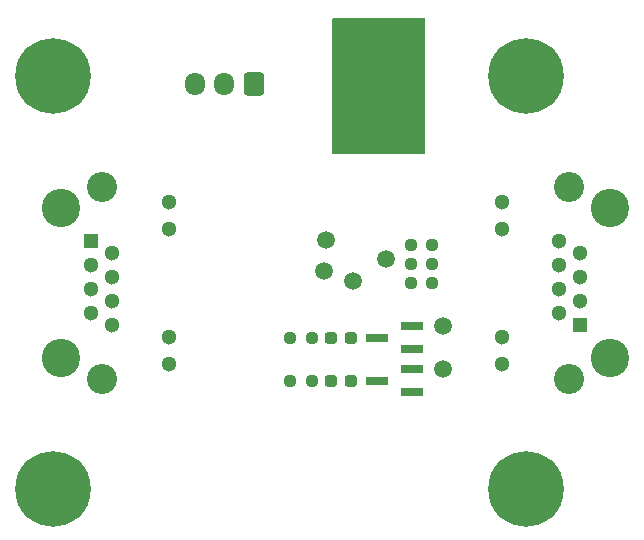
<source format=gbr>
%TF.GenerationSoftware,KiCad,Pcbnew,(6.0.0)*%
%TF.CreationDate,2022-01-23T22:47:39+07:00*%
%TF.ProjectId,NarWhelEncoderV2,4e617257-6865-46c4-956e-636f64657256,rev?*%
%TF.SameCoordinates,Original*%
%TF.FileFunction,Soldermask,Bot*%
%TF.FilePolarity,Negative*%
%FSLAX46Y46*%
G04 Gerber Fmt 4.6, Leading zero omitted, Abs format (unit mm)*
G04 Created by KiCad (PCBNEW (6.0.0)) date 2022-01-23 22:47:39*
%MOMM*%
%LPD*%
G01*
G04 APERTURE LIST*
G04 Aperture macros list*
%AMRoundRect*
0 Rectangle with rounded corners*
0 $1 Rounding radius*
0 $2 $3 $4 $5 $6 $7 $8 $9 X,Y pos of 4 corners*
0 Add a 4 corners polygon primitive as box body*
4,1,4,$2,$3,$4,$5,$6,$7,$8,$9,$2,$3,0*
0 Add four circle primitives for the rounded corners*
1,1,$1+$1,$2,$3*
1,1,$1+$1,$4,$5*
1,1,$1+$1,$6,$7*
1,1,$1+$1,$8,$9*
0 Add four rect primitives between the rounded corners*
20,1,$1+$1,$2,$3,$4,$5,0*
20,1,$1+$1,$4,$5,$6,$7,0*
20,1,$1+$1,$6,$7,$8,$9,0*
20,1,$1+$1,$8,$9,$2,$3,0*%
G04 Aperture macros list end*
%ADD10C,0.800000*%
%ADD11C,6.400000*%
%ADD12C,3.250000*%
%ADD13R,1.300000X1.300000*%
%ADD14C,1.300000*%
%ADD15C,2.550000*%
%ADD16RoundRect,0.237500X-0.250000X-0.237500X0.250000X-0.237500X0.250000X0.237500X-0.250000X0.237500X0*%
%ADD17RoundRect,0.237500X0.250000X0.237500X-0.250000X0.237500X-0.250000X-0.237500X0.250000X-0.237500X0*%
%ADD18C,1.500000*%
%ADD19RoundRect,0.237500X0.287500X0.237500X-0.287500X0.237500X-0.287500X-0.237500X0.287500X-0.237500X0*%
%ADD20R,1.900000X0.800000*%
%ADD21RoundRect,0.250000X0.600000X0.725000X-0.600000X0.725000X-0.600000X-0.725000X0.600000X-0.725000X0*%
%ADD22O,1.700000X1.950000*%
G04 APERTURE END LIST*
D10*
%TO.C,H2*%
X138302944Y-136697056D03*
X141697056Y-136697056D03*
X137600000Y-135000000D03*
X140000000Y-137400000D03*
X138302944Y-133302944D03*
D11*
X140000000Y-135000000D03*
D10*
X142400000Y-135000000D03*
X141697056Y-133302944D03*
X140000000Y-132600000D03*
%TD*%
%TO.C,H1*%
X178302944Y-136697056D03*
D11*
X180000000Y-135000000D03*
D10*
X181697056Y-136697056D03*
X177600000Y-135000000D03*
X180000000Y-137400000D03*
X181697056Y-133302944D03*
X182400000Y-135000000D03*
X180000000Y-132600000D03*
X178302944Y-133302944D03*
%TD*%
D11*
%TO.C,H3*%
X140000000Y-100000000D03*
D10*
X142400000Y-100000000D03*
X141697056Y-101697056D03*
X140000000Y-97600000D03*
X140000000Y-102400000D03*
X137600000Y-100000000D03*
X138302944Y-101697056D03*
X138302944Y-98302944D03*
X141697056Y-98302944D03*
%TD*%
%TO.C,H4*%
X178302944Y-101697056D03*
X180000000Y-97600000D03*
X181697056Y-101697056D03*
X177600000Y-100000000D03*
X181697056Y-98302944D03*
X182400000Y-100000000D03*
X180000000Y-102400000D03*
X178302944Y-98302944D03*
D11*
X180000000Y-100000000D03*
%TD*%
D12*
%TO.C,J3*%
X187140000Y-111160000D03*
X187140000Y-123860000D03*
D13*
X184600000Y-121080000D03*
D14*
X182820000Y-120060000D03*
X184600000Y-119040000D03*
X182820000Y-118020000D03*
X184600000Y-117000000D03*
X182820000Y-115980000D03*
X184600000Y-114960000D03*
X182820000Y-113940000D03*
X178000000Y-124370000D03*
X178000000Y-122080000D03*
X178000000Y-112940000D03*
X178000000Y-110650000D03*
D15*
X183710000Y-125635000D03*
X183710000Y-109385000D03*
%TD*%
D16*
%TO.C,R5*%
X160087500Y-125800000D03*
X161912500Y-125800000D03*
%TD*%
D12*
%TO.C,J2*%
X140685000Y-123855000D03*
X140685000Y-111155000D03*
D13*
X143225000Y-113935000D03*
D14*
X145005000Y-114955000D03*
X143225000Y-115975000D03*
X145005000Y-116995000D03*
X143225000Y-118015000D03*
X145005000Y-119035000D03*
X143225000Y-120055000D03*
X145005000Y-121075000D03*
X149825000Y-110645000D03*
X149825000Y-112935000D03*
X149825000Y-122075000D03*
X149825000Y-124365000D03*
D15*
X144115000Y-109380000D03*
X144115000Y-125630000D03*
%TD*%
D17*
%TO.C,R4*%
X172100000Y-117500000D03*
X170275000Y-117500000D03*
%TD*%
D18*
%TO.C,TP4*%
X162900000Y-116500000D03*
%TD*%
D19*
%TO.C,D1*%
X165250000Y-125800000D03*
X163500000Y-125800000D03*
%TD*%
D20*
%TO.C,Q2*%
X170400000Y-121200000D03*
X170400000Y-123100000D03*
X167400000Y-122150000D03*
%TD*%
%TO.C,Q1*%
X170400000Y-124850000D03*
X170400000Y-126750000D03*
X167400000Y-125800000D03*
%TD*%
D17*
%TO.C,R3*%
X172100000Y-114300000D03*
X170275000Y-114300000D03*
%TD*%
D18*
%TO.C,TP2*%
X173000000Y-121200000D03*
%TD*%
%TO.C,TP5*%
X165400000Y-117400000D03*
%TD*%
%TO.C,TP6*%
X168200000Y-115500000D03*
%TD*%
D21*
%TO.C,J1*%
X157000000Y-100650000D03*
D22*
X154500000Y-100650000D03*
X152000000Y-100650000D03*
%TD*%
D17*
%TO.C,R6*%
X172112500Y-115900000D03*
X170287500Y-115900000D03*
%TD*%
D19*
%TO.C,D2*%
X165250000Y-122150000D03*
X163500000Y-122150000D03*
%TD*%
D18*
%TO.C,TP1*%
X173000000Y-124850000D03*
%TD*%
%TO.C,TP3*%
X163100000Y-113900000D03*
%TD*%
D16*
%TO.C,R8*%
X160087500Y-122150000D03*
X161912500Y-122150000D03*
%TD*%
G36*
X171442121Y-95120002D02*
G01*
X171488614Y-95173658D01*
X171500000Y-95226000D01*
X171500000Y-106474000D01*
X171479998Y-106542121D01*
X171426342Y-106588614D01*
X171374000Y-106600000D01*
X163726000Y-106600000D01*
X163657879Y-106579998D01*
X163611386Y-106526342D01*
X163600000Y-106474000D01*
X163600000Y-95226000D01*
X163620002Y-95157879D01*
X163673658Y-95111386D01*
X163726000Y-95100000D01*
X171374000Y-95100000D01*
X171442121Y-95120002D01*
G37*
M02*

</source>
